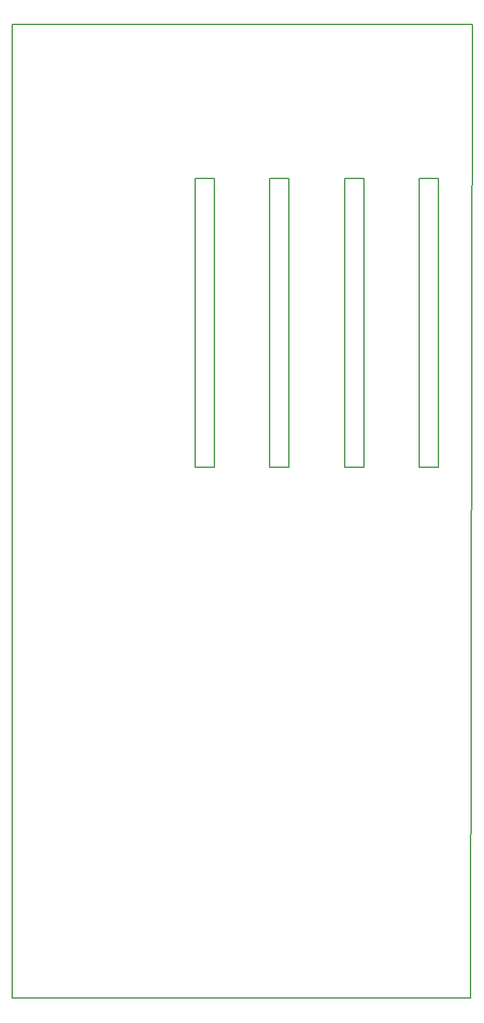
<source format=gko>
G04 DipTrace 3.3.0.0*
G04 monsooon_panel.GKO*
%MOIN*%
G04 #@! TF.FileFunction,Profile*
G04 #@! TF.Part,Single*
%ADD11C,0.005512*%
%FSLAX26Y26*%
G04*
G70*
G90*
G75*
G01*
G04 BoardOutline*
%LPD*%
X2774000Y394000D2*
D11*
X2784000Y5450000D1*
X394000D1*
Y394000D1*
X2774000D1*
X1345348Y4651424D2*
X1445337D1*
Y3151581D1*
X1345348D1*
Y4651424D1*
X1732102Y4650972D2*
X1832092D1*
Y3151130D1*
X1732102D1*
Y4650972D1*
X2120348Y4651424D2*
X2220337D1*
Y3151581D1*
X2120348D1*
Y4651424D1*
X2507848D2*
X2607837D1*
Y3151581D1*
X2507848D1*
Y4651424D1*
M02*

</source>
